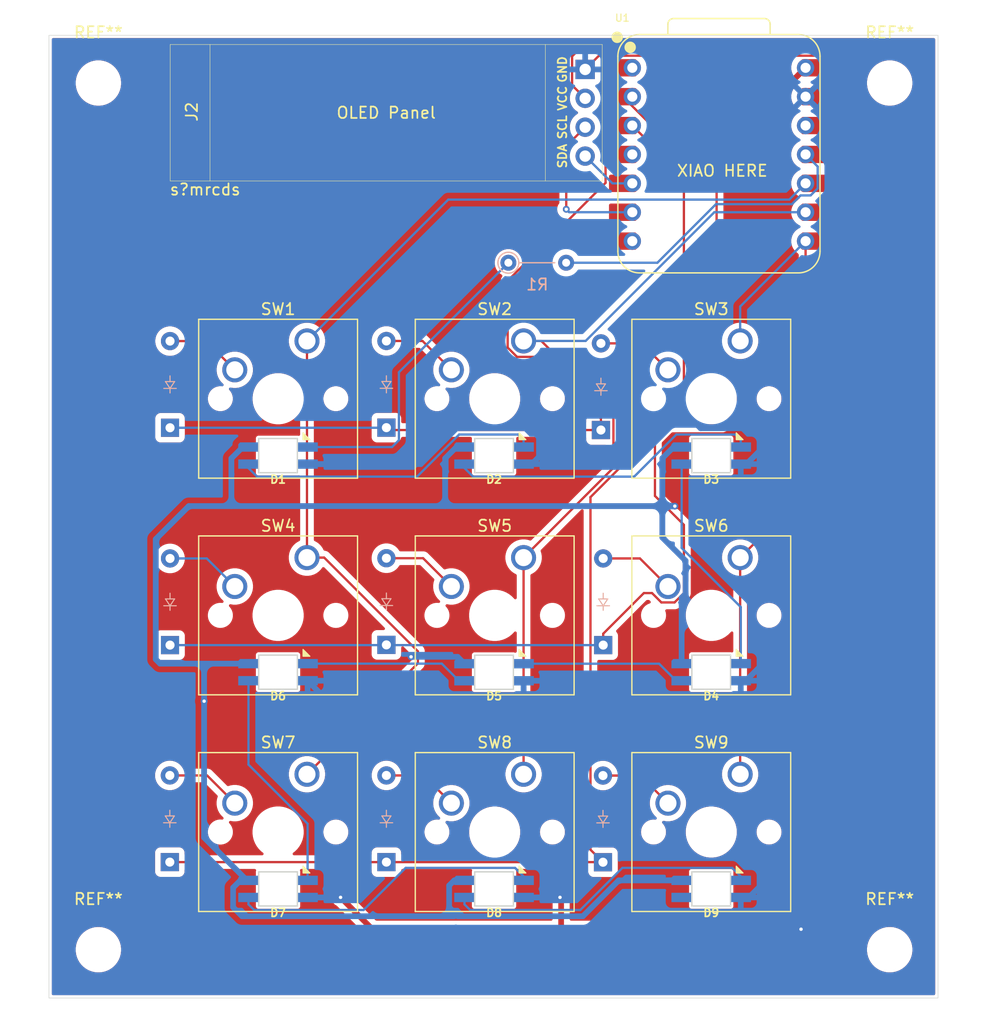
<source format=kicad_pcb>
(kicad_pcb (version 20241229) (generator "pcbnew") (generator_version "9.0")
  (layers (0 "F.Cu" signal) (2 "B.Cu" signal) (13 "F.Paste" user) (15 "B.Paste" user) (5 "F.SilkS" user "F.Silkscreen") (7 "B.SilkS" user "B.Silkscreen") (1 "F.Mask" user) (3 "B.Mask" user) (25 "Edge.Cuts" user))
  (net 0 "")
  (net 1 "+5V")
  (net 2 "Net-(D1-DIN)")
  (net 3 "GND")
  (net 6 "Net-(D1-DOUT)")
  (net 7 "row 0")
  (net 8 "Net-(D10-A)")
  (net 9 "Net-(D11-A)")
  (net 10 "Net-(D12-A)")
  (net 11 "Net-(D13-A)")
  (net 12 "row 1")
  (net 13 "Net-(D14-A)")
  (net 14 "Net-(D15-A)")
  (net 15 "Net-(D16-A)")
  (net 16 "row 2")
  (net 17 "Net-(D17-A)")
  (net 18 "Net-(D18-A)")
  (net 19 "Net-(J2-Pin_2)")
  (net 20 "RGB")
  (net 21 "col 0")
  (net 22 "col 1")
  (net 23 "col 2")
  (net 26 "SDA")
  (net 27 "SCL")
  (net 29 "Net-(D2-DOUT)")
  (net 30 "Net-(D3-DOUT)")
  (net 31 "Net-(D4-DOUT)")
  (net 32 "Net-(D5-DOUT)")
  (net 33 "Net-(D6-DOUT)")
  (net 34 "Net-(D7-DOUT)")
  (net 35 "Net-(D8-DOUT)")
  (footprint "OLED:SSD1306-0.91-OLED-4pin-128x32" (layer "F.Cu") (at 40.515 37.915)
    (property "Reference" "J2" (at 1.9 5.91 90) (layer "F.SilkS"))
    (property "Value" "Conn_01x04_Pin")
    (fp_text user "VCC" (at 34.5 4.73 270) (layer "F.SilkS") (effects (font (size 0.75 0.75))))
    (fp_text user "SDA" (at 34.5 9.81 270) (layer "F.SilkS") (effects (font (size 0.75 0.75))))
    (fp_text user "SCL" (at 34.5 7.27 270) (layer "F.SilkS") (effects (font (size 0.75 0.75))))
    (fp_text user "GND" (at 34.5 2.19 270) (layer "F.SilkS") (effects (font (size 0.75 0.75))))
    (fp_text user "OLED Panel" (at 19 6 0) (layer "F.SilkS"))
    (pad "1" thru_hole rect (at 36.5 2.19) (size 1.7 1.7) (drill 1) (layers "*.Cu" "*.Mask") (net 3 "GND"))
    (pad "2" thru_hole oval (at 36.5 4.73) (size 1.7 1.7) (drill 1) (layers "*.Cu" "*.Mask") (net 19 "Net-(J2-Pin_2)"))
    (pad "3" thru_hole oval (at 36.5 7.27) (size 1.7 1.7) (drill 1) (layers "*.Cu" "*.Mask") (net 27 "SCL"))
    (pad "4" thru_hole oval (at 36.5 9.81) (size 1.7 1.7) (drill 1) (layers "*.Cu" "*.Mask") (net 26 "SDA"))
  )
  (footprint "Button_Switch_Keyboard:SW_Cherry_MX_1.00u_PCB" (layer "F.Cu") (at 71.59625 102.07625)
    (property "Reference" "SW8" (at -2.54 -2.794 0) (layer "F.SilkS"))
    (property "Value" "SW_Push")
    (pad "" np_thru_hole circle (at -7.62 5.08) (size 1.7 1.7) (drill 1.7) (layers "*.Cu" "*.Mask"))
    (pad "" np_thru_hole circle (at -2.54 5.08) (size 4 4) (drill 4) (layers "*.Cu" "*.Mask"))
    (pad "" np_thru_hole circle (at 2.54 5.08) (size 1.7 1.7) (drill 1.7) (layers "*.Cu" "*.Mask"))
    (pad "1" thru_hole circle (at 0 0) (size 2.2 2.2) (drill 1.5) (layers "*.Cu" "*.Mask") (net 22 "col 1"))
    (pad "2" thru_hole circle (at -6.35 2.54) (size 2.2 2.2) (drill 1.5) (layers "*.Cu" "*.Mask") (net 17 "Net-(D17-A)"))
  )
  (footprint "MountingHole:MountingHole_3.5mm" (layer "F.Cu") (at 103.8 117.5)
    (property "Reference" "REF**" (at 0 -4.45 0) (layer "F.SilkS"))
    (property "Value" "MountingHole_3.5mm")
    (pad "" np_thru_hole circle (at 0 0) (size 3.5 3.5) (drill 3.5) (layers "*.Cu" "*.Mask"))
  )
  (footprint "Button_Switch_Keyboard:SW_Cherry_MX_1.00u_PCB" (layer "F.Cu") (at 71.59625 63.97625)
    (property "Reference" "SW2" (at -2.54 -2.794 0) (layer "F.SilkS"))
    (property "Value" "SW_Push")
    (pad "" np_thru_hole circle (at -7.62 5.08) (size 1.7 1.7) (drill 1.7) (layers "*.Cu" "*.Mask"))
    (pad "" np_thru_hole circle (at -2.54 5.08) (size 4 4) (drill 4) (layers "*.Cu" "*.Mask"))
    (pad "" np_thru_hole circle (at 2.54 5.08) (size 1.7 1.7) (drill 1.7) (layers "*.Cu" "*.Mask"))
    (pad "1" thru_hole circle (at 0 0) (size 2.2 2.2) (drill 1.5) (layers "*.Cu" "*.Mask") (net 22 "col 1"))
    (pad "2" thru_hole circle (at -6.35 2.54) (size 2.2 2.2) (drill 1.5) (layers "*.Cu" "*.Mask") (net 9 "Net-(D11-A)"))
  )
  (footprint "MX:yta-SK6812MINI-E" (layer "F.Cu") (at 50 112.15625)
    (property "Reference" "D7" (at 0 2.1 0) (layer "F.SilkS") (effects (font (size 0.7 0.7))))
    (property "Value" "SK6812MINI" (hide yes))
    (fp_line (start -1.7 -1.5) (end 1.7 -1.5) (stroke (width 0.12)) (layer "Edge.Cuts"))
    (fp_line (start -1.7 1.5) (end -1.7 -1.5) (stroke (width 0.12)) (layer "Edge.Cuts"))
    (fp_line (start 1.7 -1.5) (end 1.7 1.5) (stroke (width 0.12)) (layer "Edge.Cuts"))
    (fp_line (start 1.7 1.5) (end -1.7 1.5) (stroke (width 0.12)) (layer "Edge.Cuts"))
    (pad "1" smd roundrect (at -2.6 -0.75) (size 1.8 0.82) (layers "B.Cu" "B.Mask" "B.Paste") (roundrect_rratio 0) (chamfer_ratio 0.2) (chamfer top_left) (net 1 "+5V"))
    (pad "2" smd rect (at -2.6 0.75) (size 1.8 0.82) (layers "B.Cu" "B.Mask" "B.Paste") (net 34 "Net-(D7-DOUT)"))
    (pad "3" smd rect (at 2.6 0.75) (size 1.8 0.82) (layers "B.Cu" "B.Mask" "B.Paste") (net 3 "GND"))
    (pad "4" smd rect (at 2.6 -0.75) (size 1.8 0.82) (layers "B.Cu" "B.Mask" "B.Paste") (net 33 "Net-(D6-DOUT)"))
  )
  (footprint "Button_Switch_Keyboard:SW_Cherry_MX_1.00u_PCB" (layer "F.Cu") (at 52.54625 102.07625)
    (property "Reference" "SW7" (at -2.54 -2.794 0) (layer "F.SilkS"))
    (property "Value" "SW_Push")
    (pad "" np_thru_hole circle (at -7.62 5.08) (size 1.7 1.7) (drill 1.7) (layers "*.Cu" "*.Mask"))
    (pad "" np_thru_hole circle (at -2.54 5.08) (size 4 4) (drill 4) (layers "*.Cu" "*.Mask"))
    (pad "" np_thru_hole circle (at 2.54 5.08) (size 1.7 1.7) (drill 1.7) (layers "*.Cu" "*.Mask"))
    (pad "1" thru_hole circle (at 0 0) (size 2.2 2.2) (drill 1.5) (layers "*.Cu" "*.Mask") (net 21 "col 0"))
    (pad "2" thru_hole circle (at -6.35 2.54) (size 2.2 2.2) (drill 1.5) (layers "*.Cu" "*.Mask") (net 15 "Net-(D16-A)"))
  )
  (footprint "MX:yta-SK6812MINI-E" (layer "F.Cu") (at 50 93.1)
    (property "Reference" "D6" (at 0 2.1 0) (layer "F.SilkS") (effects (font (size 0.7 0.7))))
    (property "Value" "SK6812MINI" (hide yes))
    (fp_line (start -1.7 -1.5) (end 1.7 -1.5) (stroke (width 0.12)) (layer "Edge.Cuts"))
    (fp_line (start -1.7 1.5) (end -1.7 -1.5) (stroke (width 0.12)) (layer "Edge.Cuts"))
    (fp_line (start 1.7 -1.5) (end 1.7 1.5) (stroke (width 0.12)) (layer "Edge.Cuts"))
    (fp_line (start 1.7 1.5) (end -1.7 1.5) (stroke (width 0.12)) (layer "Edge.Cuts"))
    (pad "1" smd roundrect (at -2.6 -0.75) (size 1.8 0.82) (layers "B.Cu" "B.Mask" "B.Paste") (roundrect_rratio 0) (chamfer_ratio 0.2) (chamfer top_left) (net 1 "+5V"))
    (pad "2" smd rect (at -2.6 0.75) (size 1.8 0.82) (layers "B.Cu" "B.Mask" "B.Paste") (net 33 "Net-(D6-DOUT)"))
    (pad "3" smd rect (at 2.6 0.75) (size 1.8 0.82) (layers "B.Cu" "B.Mask" "B.Paste") (net 3 "GND"))
    (pad "4" smd rect (at 2.6 -0.75) (size 1.8 0.82) (layers "B.Cu" "B.Mask" "B.Paste") (net 32 "Net-(D5-DOUT)"))
  )
  (footprint "MX:yta-SK6812MINI-E" (layer "F.Cu") (at 69 74.05625)
    (property "Reference" "D2" (at 0 2.1 0) (layer "F.SilkS") (effects (font (size 0.7 0.7))))
    (property "Value" "SK6812MINI" (hide yes))
    (fp_line (start -1.7 -1.5) (end 1.7 -1.5) (stroke (width 0.12)) (layer "Edge.Cuts"))
    (fp_line (start -1.7 1.5) (end -1.7 -1.5) (stroke (width 0.12)) (layer "Edge.Cuts"))
    (fp_line (start 1.7 -1.5) (end 1.7 1.5) (stroke (width 0.12)) (layer "Edge.Cuts"))
    (fp_line (start 1.7 1.5) (end -1.7 1.5) (stroke (width 0.12)) (layer "Edge.Cuts"))
    (pad "1" smd roundrect (at -2.6 -0.75) (size 1.8 0.82) (layers "B.Cu" "B.Mask" "B.Paste") (roundrect_rratio 0) (chamfer_ratio 0.2) (chamfer top_left) (net 1 "+5V"))
    (pad "2" smd rect (at -2.6 0.75) (size 1.8 0.82) (layers "B.Cu" "B.Mask" "B.Paste") (net 29 "Net-(D2-DOUT)"))
    (pad "3" smd rect (at 2.6 0.75) (size 1.8 0.82) (layers "B.Cu" "B.Mask" "B.Paste") (net 3 "GND"))
    (pad "4" smd rect (at 2.6 -0.75) (size 1.8 0.82) (layers "B.Cu" "B.Mask" "B.Paste") (net 6 "Net-(D1-DOUT)"))
  )
  (footprint "Button_Switch_Keyboard:SW_Cherry_MX_1.00u_PCB" (layer "F.Cu") (at 71.59625 83.02625)
    (property "Reference" "SW5" (at -2.54 -2.794 0) (layer "F.SilkS"))
    (property "Value" "SW_Push")
    (pad "" np_thru_hole circle (at -7.62 5.08) (size 1.7 1.7) (drill 1.7) (layers "*.Cu" "*.Mask"))
    (pad "" np_thru_hole circle (at -2.54 5.08) (size 4 4) (drill 4) (layers "*.Cu" "*.Mask"))
    (pad "" np_thru_hole circle (at 2.54 5.08) (size 1.7 1.7) (drill 1.7) (layers "*.Cu" "*.Mask"))
    (pad "1" thru_hole circle (at 0 0) (size 2.2 2.2) (drill 1.5) (layers "*.Cu" "*.Mask") (net 22 "col 1"))
    (pad "2" thru_hole circle (at -6.35 2.54) (size 2.2 2.2) (drill 1.5) (layers "*.Cu" "*.Mask") (net 13 "Net-(D14-A)"))
  )
  (footprint "MX:yta-SK6812MINI-E" (layer "F.Cu") (at 69 112.15625)
    (property "Reference" "D8" (at 0 2.1 0) (layer "F.SilkS") (effects (font (size 0.7 0.7))))
    (property "Value" "SK6812MINI" (hide yes))
    (fp_line (start -1.7 -1.5) (end 1.7 -1.5) (stroke (width 0.12)) (layer "Edge.Cuts"))
    (fp_line (start -1.7 1.5) (end -1.7 -1.5) (stroke (width 0.12)) (layer "Edge.Cuts"))
    (fp_line (start 1.7 -1.5) (end 1.7 1.5) (stroke (width 0.12)) (layer "Edge.Cuts"))
    (fp_line (start 1.7 1.5) (end -1.7 1.5) (stroke (width 0.12)) (layer "Edge.Cuts"))
    (pad "1" smd roundrect (at -2.6 -0.75) (size 1.8 0.82) (layers "B.Cu" "B.Mask" "B.Paste") (roundrect_rratio 0) (chamfer_ratio 0.2) (chamfer top_left) (net 1 "+5V"))
    (pad "2" smd rect (at -2.6 0.75) (size 1.8 0.82) (layers "B.Cu" "B.Mask" "B.Paste") (net 35 "Net-(D8-DOUT)"))
    (pad "3" smd rect (at 2.6 0.75) (size 1.8 0.82) (layers "B.Cu" "B.Mask" "B.Paste") (net 3 "GND"))
    (pad "4" smd rect (at 2.6 -0.75) (size 1.8 0.82) (layers "B.Cu" "B.Mask" "B.Paste") (net 34 "Net-(D7-DOUT)"))
  )
  (footprint "MX:yta-SK6812MINI-E" (layer "F.Cu") (at 50 74.05625)
    (property "Reference" "D1" (at 0 2.1 0) (layer "F.SilkS") (effects (font (size 0.7 0.7))))
    (property "Value" "SK6812MINI" (hide yes))
    (fp_line (start -1.7 -1.5) (end 1.7 -1.5) (stroke (width 0.12)) (layer "Edge.Cuts"))
    (fp_line (start -1.7 1.5) (end -1.7 -1.5) (stroke (width 0.12)) (layer "Edge.Cuts"))
    (fp_line (start 1.7 -1.5) (end 1.7 1.5) (stroke (width 0.12)) (layer "Edge.Cuts"))
    (fp_line (start 1.7 1.5) (end -1.7 1.5) (stroke (width 0.12)) (layer "Edge.Cuts"))
    (pad "1" smd roundrect (at -2.6 -0.75) (size 1.8 0.82) (layers "B.Cu" "B.Mask" "B.Paste") (roundrect_rratio 0) (chamfer_ratio 0.2) (chamfer top_left) (net 1 "+5V"))
    (pad "2" smd rect (at -2.6 0.75) (size 1.8 0.82) (layers "B.Cu" "B.Mask" "B.Paste") (net 6 "Net-(D1-DOUT)"))
    (pad "3" smd rect (at 2.6 0.75) (size 1.8 0.82) (layers "B.Cu" "B.Mask" "B.Paste") (net 3 "GND"))
    (pad "4" smd rect (at 2.6 -0.75) (size 1.8 0.82) (layers "B.Cu" "B.Mask" "B.Paste") (net 2 "Net-(D1-DIN)"))
  )
  (footprint "Button_Switch_Keyboard:SW_Cherry_MX_1.00u_PCB" (layer "F.Cu") (at 90.64625 83.02625)
    (property "Reference" "SW6" (at -2.54 -2.794 0) (layer "F.SilkS"))
    (property "Value" "SW_Push")
    (pad "" np_thru_hole circle (at -7.62 5.08) (size 1.7 1.7) (drill 1.7) (layers "*.Cu" "*.Mask"))
    (pad "" np_thru_hole circle (at -2.54 5.08) (size 4 4) (drill 4) (layers "*.Cu" "*.Mask"))
    (pad "" np_thru_hole circle (at 2.54 5.08) (size 1.7 1.7) (drill 1.7) (layers "*.Cu" "*.Mask"))
    (pad "1" thru_hole circle (at 0 0) (size 2.2 2.2) (drill 1.5) (layers "*.Cu" "*.Mask") (net 23 "col 2"))
    (pad "2" thru_hole circle (at -6.35 2.54) (size 2.2 2.2) (drill 1.5) (layers "*.Cu" "*.Mask") (net 14 "Net-(D15-A)"))
  )
  (footprint "Button_Switch_Keyboard:SW_Cherry_MX_1.00u_PCB" (layer "F.Cu") (at 52.54625 83.02625)
    (property "Reference" "SW4" (at -2.54 -2.794 0) (layer "F.SilkS"))
    (property "Value" "SW_Push")
    (pad "" np_thru_hole circle (at -7.62 5.08) (size 1.7 1.7) (drill 1.7) (layers "*.Cu" "*.Mask"))
    (pad "" np_thru_hole circle (at -2.54 5.08) (size 4 4) (drill 4) (layers "*.Cu" "*.Mask"))
    (pad "" np_thru_hole circle (at 2.54 5.08) (size 1.7 1.7) (drill 1.7) (layers "*.Cu" "*.Mask"))
    (pad "1" thru_hole circle (at 0 0) (size 2.2 2.2) (drill 1.5) (layers "*.Cu" "*.Mask") (net 21 "col 0"))
    (pad "2" thru_hole circle (at -6.35 2.54) (size 2.2 2.2) (drill 1.5) (layers "*.Cu" "*.Mask") (net 11 "Net-(D13-A)"))
  )
  (footprint "MountingHole:MountingHole_3.5mm" (layer "F.Cu") (at 103.8 41.3)
    (property "Reference" "REF**" (at 0 -4.45 0) (layer "F.SilkS"))
    (property "Value" "MountingHole_3.5mm")
    (pad "" np_thru_hole circle (at 0 0) (size 3.5 3.5) (drill 3.5) (layers "*.Cu" "*.Mask"))
  )
  (footprint "MountingHole:MountingHole_3.5mm" (layer "F.Cu") (at 34.2 41.3)
    (property "Reference" "REF**" (at 0 -4.45 0) (layer "F.SilkS"))
    (property "Value" "MountingHole_3.5mm")
    (pad "" np_thru_hole circle (at 0 0) (size 3.5 3.5) (drill 3.5) (layers "*.Cu" "*.Mask"))
  )
  (footprint "MX:yta-SK6812MINI-E" (layer "F.Cu") (at 88.1 74.05625)
    (property "Reference" "D3" (at 0 2.1 0) (layer "F.SilkS") (effects (font (size 0.7 0.7))))
    (property "Value" "SK6812MINI" (hide yes))
    (fp_line (start -1.7 -1.5) (end 1.7 -1.5) (stroke (width 0.12)) (layer "Edge.Cuts"))
    (fp_line (start -1.7 1.5) (end -1.7 -1.5) (stroke (width 0.12)) (layer "Edge.Cuts"))
    (fp_line (start 1.7 -1.5) (end 1.7 1.5) (stroke (width 0.12)) (layer "Edge.Cuts"))
    (fp_line (start 1.7 1.5) (end -1.7 1.5) (stroke (width 0.12)) (layer "Edge.Cuts"))
    (pad "1" smd roundrect (at -2.6 -0.75) (size 1.8 0.82) (layers "B.Cu" "B.Mask" "B.Paste") (roundrect_rratio 0) (chamfer_ratio 0.2) (chamfer top_left) (net 1 "+5V"))
    (pad "2" smd rect (at -2.6 0.75) (size 1.8 0.82) (layers "B.Cu" "B.Mask" "B.Paste") (net 30 "Net-(D3-DOUT)"))
    (pad "3" smd rect (at 2.6 0.75) (size 1.8 0.82) (layers "B.Cu" "B.Mask" "B.Paste") (net 3 "GND"))
    (pad "4" smd rect (at 2.6 -0.75) (size 1.8 0.82) (layers "B.Cu" "B.Mask" "B.Paste") (net 29 "Net-(D2-DOUT)"))
  )
  (footprint "MX:yta-SK6812MINI-E" (layer "F.Cu") (at 88.1 93.1)
    (property "Reference" "D4" (at 0 2.1 0) (layer "F.SilkS") (effects (font (size 0.7 0.7))))
    (property "Value" "SK6812MINI" (hide yes))
    (fp_line (start -1.7 -1.5) (end 1.7 -1.5) (stroke (width 0.12)) (layer "Edge.Cuts"))
    (fp_line (start -1.7 1.5) (end -1.7 -1.5) (stroke (width 0.12)) (layer "Edge.Cuts"))
    (fp_line (start 1.7 -1.5) (end 1.7 1.5) (stroke (width 0.12)) (layer "Edge.Cuts"))
    (fp_line (start 1.7 1.5) (end -1.7 1.5) (stroke (width 0.12)) (layer "Edge.Cuts"))
    (pad "1" smd roundrect (at -2.6 -0.75) (size 1.8 0.82) (layers "B.Cu" "B.Mask" "B.Paste") (roundrect_rratio 0) (chamfer_ratio 0.2) (chamfer top_left) (net 1 "+5V"))
    (pad "2" smd rect (at -2.6 0.75) (size 1.8 0.82) (layers "B.Cu" "B.Mask" "B.Paste") (net 31 "Net-(D4-DOUT)"))
    (pad "3" smd rect (at 2.6 0.75) (size 1.8 0.82) (layers "B.Cu" "B.Mask" "B.Paste") (net 3 "GND"))
    (pad "4" smd rect (at 2.6 -0.75) (size 1.8 0.82) (layers "B.Cu" "B.Mask" "B.Paste") (net 30 "Net-(D3-DOUT)"))
  )
  (footprint "MountingHole:MountingHole_3.5mm" (layer "F.Cu") (at 34.2 117.5)
    (property "Reference" "REF**" (at 0 -4.45 0) (layer "F.SilkS"))
    (property "Value" "MountingHole_3.5mm")
    (pad "" np_thru_hole circle (at 0 0) (size 3.5 3.5) (drill 3.5) (layers "*.Cu" "*.Mask"))
  )
  (footprint "Button_Switch_Keyboard:SW_Cherry_MX_1.00u_PCB" (layer "F.Cu") (at 90.64625 63.97625)
    (property "Reference" "SW3" (at -2.54 -2.794 0) (layer "F.SilkS"))
    (property "Value" "SW_Push")
    (pad "" np_thru_hole circle (at -7.62 5.08) (size 1.7 1.7) (drill 1.7) (layers "*.Cu" "*.Mask"))
    (pad "" np_thru_hole circle (at -2.54 5.08) (size 4 4) (drill 4) (layers "*.Cu" "*.Mask"))
    (pad "" np_thru_hole circle (at 2.54 5.08) (size 1.7 1.7) (drill 1.7) (layers "*.Cu" "*.Mask"))
    (pad "1" thru_hole circle (at 0 0) (size 2.2 2.2) (drill 1.5) (layers "*.Cu" "*.Mask") (net 23 "col 2"))
    (pad "2" thru_hole circle (at -6.35 2.54) (size 2.2 2.2) (drill 1.5) (layers "*.Cu" "*.Mask") (net 10 "Net-(D12-A)"))
  )
  (footprint "MX:yta-SK6812MINI-E" (layer "F.Cu") (at 69 93.10625)
    (property "Reference" "D5" (at 0 2.1 0) (layer "F.SilkS") (effects (font (size 0.7 0.7))))
    (property "Value" "SK6812MINI" (hide yes))
    (fp_line (start -1.7 -1.5) (end 1.7 -1.5) (stroke (width 0.12)) (layer "Edge.Cuts"))
    (fp_line (start -1.7 1.5) (end -1.7 -1.5) (stroke (width 0.12)) (layer "Edge.Cuts"))
    (fp_line (start 1.7 -1.5) (end 1.7 1.5) (stroke (width 0.12)) (layer "Edge.Cuts"))
    (fp_line (start 1.7 1.5) (end -1.7 1.5) (stroke (width 0.12)) (layer "Edge.Cuts"))
    (pad "1" smd roundrect (at -2.6 -0.75) (size 1.8 0.82) (layers "B.Cu" "B.Mask" "B.Paste") (roundrect_rratio 0) (chamfer_ratio 0.2) (chamfer top_left) (net 1 "+5V"))
    (pad "2" smd rect (at -2.6 0.75) (size 1.8 0.82) (layers "B.Cu" "B.Mask" "B.Paste") (net 32 "Net-(D5-DOUT)"))
    (pad "3" smd rect (at 2.6 0.75) (size 1.8 0.82) (layers "B.Cu" "B.Mask" "B.Paste") (net 3 "GND"))
    (pad "4" smd rect (at 2.6 -0.75) (size 1.8 0.82) (layers "B.Cu" "B.Mask" "B.Paste") (net 31 "Net-(D4-DOUT)"))
  )
  (footprint "Button_Switch_Keyboard:SW_Cherry_MX_1.00u_PCB" (layer "F.Cu") (at 52.54625 63.97625)
    (property "Reference" "SW1" (at -2.54 -2.794 0) (layer "F.SilkS"))
    (property "Value" "SW_Push")
    (pad "" np_thru_hole circle (at -7.62 5.08) (size 1.7 1.7) (drill 1.7) (layers "*.Cu" "*.Mask"))
    (pad "" np_thru_hole circle (at -2.54 5.08) (size 4 4) (drill 4) (layers "*.Cu" "*.Mask"))
    (pad "" np_thru_hole circle (at 2.54 5.08) (size 1.7 1.7) (drill 1.7) (layers "*.Cu" "*.Mask"))
    (pad "1" thru_hole circle (at 0 0) (size 2.2 2.2) (drill 1.5) (layers "*.Cu" "*.Mask") (net 21 "col 0"))
    (pad "2" thru_hole circle (at -6.35 2.54) (size 2.2 2.2) (drill 1.5) (layers "*.Cu" "*.Mask") (net 8 "Net-(D10-A)"))
  )
  (footprint "MX:yta-SK6812MINI-E" (layer "F.Cu") (at 88.1 112.15625)
    (property "Reference" "D9" (at 0 2.1 0) (layer "F.SilkS") (effects (font (size 0.7 0.7))))
    (property "Value" "SK6812MINI" (hide yes))
    (fp_line (start -1.7 -1.5) (end 1.7 -1.5) (stroke (width 0.12)) (layer "Edge.Cuts"))
    (fp_line (start -1.7 1.5) (end -1.7 -1.5) (stroke (width 0.12)) (layer "Edge.Cuts"))
    (fp_line (start 1.7 -1.5) (end 1.7 1.5) (stroke (width 0.12)) (layer "Edge.Cuts"))
    (fp_line (start 1.7 1.5) (end -1.7 1.5) (stroke (width 0.12)) (layer "Edge.Cuts"))
    (pad "1" smd roundrect (at -2.6 -0.75) (size 1.8 0.82) (layers "B.Cu" "B.Mask" "B.Paste") (roundrect_rratio 0) (chamfer_ratio 0.2) (chamfer top_left) (net 1 "+5V"))
    (pad "2" smd rect (at -2.6 0.75) (size 1.8 0.82) (layers "B.Cu" "B.Mask" "B.Paste"))
    (pad "3" smd rect (at 2.6 0.75) (size 1.8 0.82) (layers "B.Cu" "B.Mask" "B.Paste") (net 3 "GND"))
    (pad "4" smd rect (at 2.6 -0.75) (size 1.8 0.82) (layers "B.Cu" "B.Mask" "B.Paste") (net 35 "Net-(D8-DOUT)"))
  )
  (footprint "Button_Switch_Keyboard:SW_Cherry_MX_1.00u_PCB" (layer "F.Cu") (at 90.64625 102.07625)
    (property "Reference" "SW9" (at -2.54 -2.794 0) (layer "F.SilkS"))
    (property "Value" "SW_Push")
    (pad "" np_thru_hole circle (at -7.62 5.08) (size 1.7 1.7) (drill 1.7) (layers "*.Cu" "*.Mask"))
    (pad "" np_thru_hole circle (at -2.54 5.08) (size 4 4) (drill 4) (layers "*.Cu" "*.Mask"))
    (pad "" np_thru_hole circle (at 2.54 5.08) (size 1.7 1.7) (drill 1.7) (layers "*.Cu" "*.Mask"))
    (pad "1" thru_hole circle (at 0 0) (size 2.2 2.2) (drill 1.5) (layers "*.Cu" "*.Mask") (net 23 "col 2"))
    (pad "2" thru_hole circle (at -6.35 2.54) (size 2.2 2.2) (drill 1.5) (layers "*.Cu" "*.Mask") (net 18 "Net-(D18-A)"))
  )
  (footprint "OPL:XIAO-RP2040-DIP" (layer "F.Cu") (at 88.78 47.58)
    (property "Reference" "U1" (at -8.5 -12 0) (layer "F.SilkS") (effects (font (size 0.635 0.635) (thickness 0.1016))))
    (property "Value" "XIAO-RP2040-DIP")
    (pad "1" smd roundrect (at -8.455 -7.62 180) (size 2.432 1.524) (layers "F.Cu" "F.Mask") (roundrect_rratio 0.1) (net 7 "row 0"))
    (pad "1" thru_hole circle (at -7.62 -7.62 180) (size 1.524 1.524) (drill 0.889) (layers "*.Cu" "*.Mask") (net 7 "row 0"))
    (pad "2" smd roundrect (at -8.455 -5.08 180) (size 2.432 1.524) (layers "F.Cu" "F.Mask") (roundrect_rratio 0.1) (net 12 "row 1"))
    (pad "2" thru_hole circle (at -7.62 -5.08 180) (size 1.524 1.524) (drill 0.889) (layers "*.Cu" "*.Mask") (net 12 "row 1"))
    (pad "3" smd roundrect (at -8.455 -2.54 180) (size 2.432 1.524) (layers "F.Cu" "F.Mask") (roundrect_rratio 0.1) (net 16 "row 2"))
    (pad "3" thru_hole circle (at -7.62 -2.54 180) (size 1.524 1.524) (drill 0.889) (layers "*.Cu" "*.Mask") (net 16 "row 2"))
    (pad "4" smd roundrect (at -8.455 0 180) (size 2.432 1.524) (layers "F.Cu" "F.Mask") (roundrect_rratio 0.1))
    (pad "4" thru_hole circle (at -7.62 0 180) (size 1.524 1.524) (drill 0.889) (layers "*.Cu" "*.Mask"))
    (pad "5" smd roundrect (at -8.455 2.54 180) (size 2.432 1.524) (layers "F.Cu" "F.Mask") (roundrect_rratio 0.1) (net 26 "SDA"))
    (pad "5" thru_hole circle (at -7.62 2.54 180) (size 1.524 1.524) (drill 0.889) (layers "*.Cu" "*.Mask") (net 26 "SDA"))
    (pad "6" smd roundrect (at -8.455 5.08 180) (size 2.432 1.524) (layers "F.Cu" "F.Mask") (roundrect_rratio 0.1) (net 27 "SCL"))
    (pad "6" thru_hole circle (at -7.62 5.08 180) (size 1.524 1.524) (drill 0.889) (layers "*.Cu" "*.Mask") (net 27 "SCL"))
    (pad "7" smd roundrect (at -8.455 7.62 180) (size 2.432 1.524) (layers "F.Cu" "F.Mask") (roundrect_rratio 0.1))
    (pad "7" thru_hole circle (at -7.62 7.62 180) (size 1.524 1.524) (drill 0.889) (layers "*.Cu" "*.Mask"))
    (pad "8" thru_hole circle (at 7.62 7.62) (size 1.524 1.524) (drill 0.889) (layers "*.Cu" "*.Mask") (net 23 "col 2"))
    (pad "8" smd roundrect (at 8.455 7.62) (size 2.432 1.524) (layers "F.Cu" "F.Mask") (roundrect_rratio 0.1) (net 23 "col 2"))
    (pad "9" thru_hole circle (at 7.62 5.08) (size 1.524 1.524) (drill 0.889) (layers "*.Cu" "*.Mask") (net 22 "col 1"))
    (pad "9" smd roundrect (at 8.455 5.08) (size 2.432 1.524) (layers "F.Cu" "F.Mask") (roundrect_rratio 0.1) (net 22 "col 1"))
    (pad "10" thru_hole circle (at 7.62 2.54) (size 1.524 1.524) (drill 0.889) (layers "*.Cu" "*.Mask") (net 21 "col 0"))
    (pad "10" smd roundrect (at 8.455 2.54) (size 2.432 1.524) (layers "F.Cu" "F.Mask") (roundrect_rratio 0.1) (net 21 "col 0"))
    (pad "11" thru_hole circle (at 7.62 0) (size 1.524 1.524) (drill 0.889) (layers "*.Cu" "*.Mask") (net 20 "RGB"))
    (pad "11" smd roundrect (at 8.455 0) (size 2.432 1.524) (layers "F.Cu" "F.Mask") (roundrect_rratio 0.1) (net 20 "RGB"))
    (pad "12" thru_hole circle (at 7.62 -2.54) (size 1.524 1.524) (drill 0.889) (layers "*.Cu" "*.Mask") (net 19 "Net-(J2-Pin_2)"))
    (pad "12" smd roundrect (at 8.455 -2.54) (size 2.432 1.524) (layers "F.Cu" "F.Mask") (roundrect_rratio 0.1) (net 19 "Net-(J2-Pin_2)"))
    (pad "13" thru_hole circle (at 7.62 -5.08) (size 1.524 1.524) (drill 0.889) (layers "*.Cu" "*.Mask") (net 3 "GND"))
    (pad "13" smd roundrect (at 8.455 -5.08) (size 2.432 1.524) (layers "F.Cu" "F.Mask") (roundrect_rratio 0.1) (net 3 "GND"))
    (pad "14" thru_hole circle (at 7.62 -7.62) (size 1.524 1.524) (drill 0.889) (layers "*.Cu" "*.Mask") (net 1 "+5V"))
    (pad "14" smd roundrect (at 8.455 -7.62) (size 2.432 1.524) (layers "F.Cu" "F.Mask") (roundrect_rratio 0.1) (net 1 "+5V"))
  )
  (footprint "MX:Diode_DO-35" (layer "B.Cu") (at 59.53125 90.7 90)
    (property "Reference" "D14" (hide yes))
    (property "Value" "D_Small" (hide yes))
    (pad "1" thru_hole rect (at 0 0 90) (size 1.6 1.6) (drill 0.8) (layers "*.Cu" "*.Mask") (net 12 "row 1"))
    (pad "2" thru_hole oval (at 7.62 0 90) (size 1.6 1.6) (drill 0.8) (layers "*.Cu" "*.Mask") (net 13 "Net-(D14-A)"))
  )
  (footprint "MX:Diode_DO-35" (layer "B.Cu") (at 59.53125 109.8 90)
    (property "Reference" "D17" (hide yes))
    (property "Value" "D_Small" (hide yes))
    (pad "1" thru_hole rect (at 0 0 90) (size 1.6 1.6) (drill 0.8) (layers "*.Cu" "*.Mask") (net 16 "row 2"))
    (pad "2" thru_hole oval (at 7.62 0 90) (size 1.6 1.6) (drill 0.8) (layers "*.Cu" "*.Mask") (net 17 "Net-(D17-A)"))
  )
  (footprint "MX:Diode_DO-35" (layer "B.Cu") (at 40.48125 109.8 90)
    (property "Reference" "D16" (hide yes))
    (property "Value" "D_Small" (hide yes))
    (pad "1" thru_hole rect (at 0 0 90) (size 1.6 1.6) (drill 0.8) (layers "*.Cu" "*.Mask") (net 16 "row 2"))
    (pad "2" thru_hole oval (at 7.62 0 90) (size 1.6 1.6) (drill 0.8) (layers "*.Cu" "*.Mask") (net 15 "Net-(D16-A)"))
  )
  (footprint "MX:Diode_DO-35" (layer "B.Cu") (at 40.5 71.61 90)
    (property "Reference" "D10" (hide yes))
    (property "Value" "D_Small" (hide yes))
    (pad "1" thru_hole rect (at 0 0 90) (size 1.6 1.6) (drill 0.8) (layers "*.Cu" "*.Mask") (net 7 "row 0"))
    (pad "2" thru_hole oval (at 7.62 0 90) (size 1.6 1.6) (drill 0.8) (layers "*.Cu" "*.Mask") (net 8 "Net-(D10-A)"))
  )
  (footprint "MX:Diode_DO-35" (layer "B.Cu") (at 78.6 90.72 90)
    (property "Reference" "D15" (hide yes))
    (property "Value" "D_Small" (hide yes))
    (pad "1" thru_hole rect (at 0 0 90) (size 1.6 1.6) (drill 0.8) (layers "*.Cu" "*.Mask") (net 12 "row 1"))
    (pad "2" thru_hole oval (at 7.62 0 90) (size 1.6 1.6) (drill 0.8) (layers "*.Cu" "*.Mask") (net 14 "Net-(D15-A)"))
  )
  (footprint "MX:Diode_DO-35" (layer "B.Cu") (at 40.5 90.72 90)
    (property "Reference" "D13" (hide yes))
    (property "Value" "D_Small" (hide yes))
    (pad "1" thru_hole rect (at 0 0 90) (size 1.6 1.6) (drill 0.8) (layers "*.Cu" "*.Mask") (net 12 "row 1"))
    (pad "2" thru_hole oval (at 7.62 0 90) (size 1.6 1.6) (drill 0.8) (layers "*.Cu" "*.Mask") (net 11 "Net-(D13-A)"))
  )
  (footprint "MX:Diode_DO-35" (layer "B.Cu") (at 78.58125 109.81 90)
    (property "Reference" "D18" (hide yes))
    (property "Value" "D_Small" (hide yes))
    (pad "1" thru_hole rect (at 0 0 90) (size 1.6 1.6) (drill 0.8) (layers "*.Cu" "*.Mask") (net 16 "row 2"))
    (pad "2" thru_hole oval (at 7.62 0 90) (size 1.6 1.6) (drill 0.8) (layers "*.Cu" "*.Mask") (net 18 "Net-(D18-A)"))
  )
  (footprint "MX:Diode_DO-35" (layer "B.Cu") (at 59.53125 71.6 90)
    (property "Reference" "D11" (hide yes))
    (property "Value" "D_Small" (hide yes))
    (pad "1" thru_hole rect (at 0 0 90) (size 1.6 1.6) (drill 0.8) (layers "*.Cu" "*.Mask") (net 7 "row 0"))
    (pad "2" thru_hole oval (at 7.62 0 90) (size 1.6 1.6) (drill 0.8) (layers "*.Cu" "*.Mask") (net 9 "Net-(D11-A)"))
  )
  (footprint "Resistor_THT:R_Axial_DIN0204_L3.6mm_D1.6mm_P5.08mm_Vertical" (layer "B.Cu") (at 70.26 57.1)
    (property "Reference" "R1" (at 2.54 1.92 0) (layer "B.SilkS") (effects (justify mirror)))
    (property "Value" "100")
    (pad "1" thru_hole circle (at 0 0) (size 1.4 1.4) (drill 0.7) (layers "*.Cu" "*.Mask") (net 2 "Net-(D1-DIN)"))
    (pad "2" thru_hole circle (at 5.08 0) (size 1.4 1.4) (drill 0.7) (layers "*.Cu" "*.Mask") (net 20 "RGB"))
  )
  (footprint "MX:Diode_DO-35" (layer "B.Cu") (at 78.4 71.81 90)
    (property "Reference" "D12" (hide yes))
    (property "Value" "D_Small" (hide yes))
    (pad "1" thru_hole rect (at 0 0 90) (size 1.6 1.6) (drill 0.8) (layers "*.Cu" "*.Mask") (net 7 "row 0"))
    (pad "2" thru_hole oval (at 7.62 0 90) (size 1.6 1.6) (drill 0.8) (layers "*.Cu" "*.Mask") (net 10 "Net-(D12-A)"))
  )
  (gr_rect (start 29.85 37.1) (end 108.05 121.75) (stroke (width 0.05)) (fill no) (layer "Edge.Cuts"))
  (gr_text "s?mrcds" (at 40.4 51.25 0) (layer "F.SilkS") (effects (font (size 1 1)) (justify left bottom)))
  (gr_text "XIAO HERE" (at 85 49.6 0) (layer "F.SilkS") (effects (font (size 1 1)) (justify left bottom)))
  (segment (start 94.53725 75.624825) (end 91.662075 78.5) (width 0.5) (layer "F.Cu") (net 1))
  (segment (start 91.662075 78.5) (end 84.9 78.5) (width 0.5) (layer "F.Cu") (net 1))
  (segment (start 94.53725 41.82275) (end 94.53725 75.624825) (width 0.5) (layer "F.Cu") (net 1))
  (segment (start 57.8 95.65) (end 43.5 95.65) (width 0.5) (layer "F.Cu") (net 1))
  (segment (start 96.4 39.96) (end 94.53725 41.82275) (width 0.5) (layer "F.Cu") (net 1))
  (segment (start 61.7 91.75) (end 57.8 95.65) (width 0.5) (layer "F.Cu") (net 1))
  (via (at 43.5 95.65) (size 0.6) (drill 0.3) (layers "F.Cu" "B.Cu") (net 1))
  (via (at 61.7 91.75) (size 0.6) (drill 0.3) (layers "F.Cu" "B.Cu") (net 1))
  (via (at 84.9 78.5) (size 0.6) (drill 0.3) (layers "F.Cu" "B.Cu") (net 1))
  (segment (start 84.788 73.30625) (end 83.8 74.29425) (width 0.5) (layer "B.Cu") (net 1))
  (segment (start 83.8 81.254416) (end 83.8 78.5) (width 0.5) (layer "B.Cu") (net 1))
  (segment (start 79.966232 111.40625) (end 76.814232 114.55825) (width 0.5) (layer "B.Cu") (net 1))
  (segment (start 46.89375 73.30625) (end 45.9 74.3) (width 0.5) (layer "B.Cu") (net 1))
  (segment (start 39.628 92.35) (end 43.5 92.35) (width 0.5) (layer "B.Cu") (net 1))
  (segment (start 65.44175 114.55825) (end 65.640875 114.359125) (width 0.5) (layer "B.Cu") (net 1))
  (segment (start 65.5 111.40625) (end 66.4 111.40625) (width 0.5) (layer "B.Cu") (net 1))
  (segment (start 64.7 78.5) (end 45.9 78.5) (width 0.5) (layer "B.Cu") (net 1))
  (segment (start 85.5 111.40625) (end 79.966232 111.40625) (width 0.5) (layer "B.Cu") (net 1))
  (segment (start 76.814232 114.55825) (end 65.84 114.55825) (width 0.5) (layer "B.Cu") (net 1))
  (segment (start 39.249 81.401) (end 39.249 91.971) (width 0.5) (layer "B.Cu") (net 1))
  (segment (start 45.9 74.3) (end 45.9 78.5) (width 0.5) (layer "B.Cu") (net 1))
  (segment (start 64.7 74.29425) (end 64.7 78.5) (width 0.5) (layer "B.Cu") (net 1))
  (segment (start 66.4 73.30625) (end 65.688 73.30625) (width 0.5) (layer "B.Cu") (net 1))
  (segment (start 43.5 107.640603) (end 43.5 95.65) (width 0.5) (layer "B.Cu") (net 1))
  (segment (start 45.9 78.5) (end 42.15 78.5) (width 0.5) (layer "B.Cu") (net 1))
  (segment (start 65.79375 91.75) (end 61.7 91.75) (width 0.5) (layer "B.Cu") (net 1))
  (segment (start 85.5 92.35) (end 85.5 86.555946) (width 0.5) (layer "B.Cu") (net 1))
  (segment (start 47.265647 111.40625) (end 43.5 107.640603) (width 0.5) (layer "B.Cu") (net 1))
  (segment (start 65.688 73.30625) (end 64.7 74.29425) (width 0.5) (layer "B.Cu") (net 1))
  (segment (start 43.5 92.35) (end 47.4 92.35) (width 0.5) (layer "B.Cu") (net 1))
  (segment (start 39.249 91.971) (end 39.628 92.35) (width 0.5) (layer "B.Cu") (net 1))
  (segment (start 85.5 73.30625) (end 84.788 73.30625) (width 0.5) (layer "B.Cu") (net 1))
  (segment (start 46.049 113.76725) (end 46.84 114.55825) (width 0.5) (layer "B.Cu") (net 1))
  (segment (start 47.4 73.30625) (end 46.89375 73.30625) (width 0.5) (layer "B.Cu") (net 1))
  (segment (start 84.9 78.5) (end 83.8 78.5) (width 0.5) (layer "B.Cu") (net 1))
  (segment (start 85.84725 83.301666) (end 83.8 81.254416) (width 0.5) (layer "B.Cu") (net 1))
  (segment (start 83.8 78.5) (end 64.7 78.5) (width 0.5) (layer "B.Cu") (net 1))
  (segment (start 46.84 114.55825) (end 65.44175 114.55825) (width 0.5) (layer "B.Cu") (net 1))
  (segment (start 65.049 113.76725) (end 65.049 111.85725) (width 0.5) (layer "B.Cu") (net 1))
  (segment (start 85.84725 86.208696) (end 85.84725 83.301666) (width 0.5) (layer "B.Cu") (net 1))
  (segment (start 65.84 114.55825) (end 65.640875 114.359125) (width 0.5) (layer "B.Cu") (net 1))
  (segment (start 43.5 95.65) (end 43.5 92.35) (width 0.5) (layer "B.Cu") (net 1))
  (segment (start 46.049 112.04525) (end 46.049 113.76725) (width 0.5) (layer "B.Cu") (net 1))
  (segment (start 66.4 92.35625) (end 65.79375 91.75) (width 0.5) (layer "B.Cu") (net 1))
  (segment (start 85.5 86.555946) (end 85.84725 86.208696) (width 0.5) (layer "B.Cu") (net 1))
  (segment (start 47.4 111.40625) (end 46.688 111.40625) (width 0.5) (layer "B.Cu") (net 1))
  (segment (start 65.049 111.85725) (end 65.5 111.40625) (width 0.5) (layer "B.Cu") (net 1))
  (segment (start 47.4 111.40625) (end 47.265647 111.40625) (width 0.5) (layer "B.Cu") (net 1))
  (segment (start 83.8 74.29425) (end 83.8 78.5) (width 0.5) (layer "B.Cu") (net 1))
  (segment (start 46.688 111.40625) (end 46.049 112.04525) (width 0.5) (layer "B.Cu") (net 1))
  (segment (start 42.15 78.5) (end 39.249 81.401) (width 0.5) (layer "B.Cu") (net 1))
  (segment (start 65.640875 114.359125) (end 65.049 113.76725) (width 0.5) (layer "B.Cu") (net 1))
  (segment (start 60.63225 72.701) (end 60.63225 66.72775) (width 0.2) (layer "B.Cu") (net 2))
  (segment (start 60.63225 66.72775) (end 70.26 57.1) (width 0.2) (layer "B.Cu") (net 2))
  (segment (start 60.027 73.30625) (end 60.63225 72.701) (width 0.2) (layer "B.Cu") (net 2))
  (segment (start 52.6 73.30625) (end 60.027 73.30625) (width 0.2) (layer "B.Cu") (net 2))
  (segment (start 97.47763 42.5) (end 96.4 42.5) (width 0.2) (layer "F.Cu") (net 3))
  (segment (start 96 115.7) (end 74.9 115.7) (width 0.5) (layer "F.Cu") (net 3))
  (segment (start 77.015 40.105) (end 78.223 38.897) (width 0.2) (layer "F.Cu") (net 3))
  (segment (start 78.223 38.897) (end 98.490626 38.897) (width 0.2) (layer "F.Cu") (net 3))
  (segment (start 98.752 41.22563) (end 97.47763 42.5) (width 0.2) (layer "F.Cu") (net 3))
  (segment (start 74.9 113) (end 74.9 115.7) (width 0.5) (layer "F.Cu") (net 3))
  (segment (start 55.5 112.9) (end 58.3 115.7) (width 0.5) (layer "F.Cu") (net 3))
  (segment (start 74.8 112.9) (end 74.9 113) (width 0.5) (layer "F.Cu") (net 3))
  (segment (start 58.3 115.7) (end 74.9 115.7) (width 0.5) (layer "F.Cu") (net 3))
  (segment (start 98.490626 38.897) (end 98.752 39.158374) (width 0.2) (layer "F.Cu") (net 3))
  (segment (start 98.752 39.158374) (end 98.752 41.22563) (width 0.2) (layer "F.Cu") (net 3))
  (via (at 55.5 112.9) (size 0.6) (drill 0.3) (layers "F.Cu" "B.Cu") (net 3))
  (via (at 96 115.7) (size 0.6) (drill 0.3) (layers "F.Cu" "B.Cu") (net 3))
  (via (at 74.8 112.9) (size 0.6) (drill 0.3) (layers "F.Cu" "B.Cu") (net 3))
  (segment (start 90.7 74.80625) (end 91.19375 74.80625) (width 0.5) (layer "B.Cu") (net 3))
  (segment (start 99.4 104.91825) (end 99.4 112.3) (width 0.5) (layer "B.Cu") (net 3))
  (segment (start 55.49375 112.90625) (end 55.5 112.9) (width 0.5) (layer "B.Cu") (net 3))
  (segment (start 91.15 93.85) (end 99.4 85.6) (width 0.5) (layer "B.Cu") (net 3))
  (segment (start 99.4 104.91825) (end 99.4 89.1) (width 0.5) (layer "B.Cu") (net 3))
  (segment (start 91.8 96.7) (end 71.6 96.7) (width 0.5) (layer "B.Cu") (net 3))
  (segment (start 99.4 89.1) (end 91.8 96.7) (width 0.5) (layer "B.Cu") (net 3))
  (segment (start 99.4 66.5) (end 99.4 45.5) (width 0.5) (layer "B.Cu") (net 3))
  (segment (start 72.951 74.16725) (end 72.312 74.80625) (width 0.5) (layer "B.Cu") (net 3))
  (segment (start 71.6 112.90625) (end 74.79375 112.90625) (width 0.5) (layer "B.Cu") (net 3))
  (segment (start 91.19375 74.80625) (end 92.9 73.1) (width 0.5) (layer "B.Cu") (net 3))
  (segment (start 73.25525 70.559) (end 86.072052 70.559) (width 0.5) (layer "B.Cu") (net 3))
  (segment (start 92.9 73.1) (end 99.4 66.6) (width 0.5) (layer "B.Cu") (net 3))
  (segment (start 71.6 96.7) (end 71.6 93.85625) (width 0.5) (layer "B.Cu") (net 3))
  (segment (start 65.701088 71.65425) (end 72.16 71.65425) (width 0.5) (layer "B.Cu") (net 3))
  (segment (start 72.16 71.65425) (end 73.25525 70.559) (width 0.5) (layer "B.Cu") (net 3))
  (segment (start 52.6 112.90625) (end 55.49375 112.90625) (width 0.5) (layer "B.Cu") (net 3))
  (segment (start 72.312 74.80625) (end 71.6 74.80625) (width 0.5) (layer "B.Cu") (net 3))
  (segment (start 90.7 112.90625) (end 91.412 112.90625) (width 0.5) (layer "B.Cu") (net 3))
  (segment (start 99.4 69.7) (end 99.4 66.5) (width 0.5) (layer "B.Cu") (net 3))
  (segment (start 55.45 96.7) (end 52.6 93.85) (width 0.5) (layer "B.Cu") (net 3))
  (segment (start 91.45425 71.65425) (end 92.9 73.1) (width 0.5) (layer "B.Cu") (net 3))
  (segment (start 87.167302 71.65425) (end 91.45425 71.65425) (width 0.5) (layer "B.Cu") (net 3))
  (segment (start 99.4 89.1) (end 99.4 85.4) (width 0.5) (layer "B.Cu") (net 3))
  (segment (start 90.7 93.85) (end 91.15 93.85) (width 0.5) (layer "B.Cu") (net 3))
  (segment (start 99.4 85.6) (end 99.4 85.4) (width 0.5) (layer "B.Cu") (net 3))
  (segment (start 99.4 85.4) (end 99.4 69.7) (width 0.5) (layer "B.Cu") (net 3))
  (segment (start 72.16 71.65425) (end 72.951 72.44525) (width 0.5) (layer "B.Cu") (net 3))
  (segment (start 71.6 96.7) (end 55.45 96.7) (width 0.5) (layer "B.Cu") (net 3))
  (segment (start 86.072052 70.559) (end 87.167302 71.65425) (width 0.5) (layer "B.Cu") (net 3))
  (segment (start 99.4 66.6) (end 99.4 66.5) (width 0.5) (layer "B.Cu") (net 3))
  (segment (start 99.4 45.5) (end 96.4 42.5) (width 0.5) (layer "B.Cu") (net 3))
  (segment (start 91.412 112.90625) (end 99.4 104.91825) (width 0.5) (layer "B.Cu") (net 3))
  (segment (start 99.4 112.3) (end 96 115.7) (width 0.5) (layer "B.Cu") (net 3))
  (segment (start 74.79375 112.90625) (end 74.8 112.9) (width 0.5) (layer "B.Cu") (net 3))
  (segment (start 71.69375 74.9) (end 71.6 74.80625) (width 0.5) (layer "B.Cu") (net 3))
  (segment (start 62.549088 74.80625) (end 65.701088 71.65425) (width 0.5) (layer "B.Cu") (net 3))
  (segment (start 72.951 72.44525) (end 72.951 74.16725) (width 0.5) (layer "B.Cu") (net 3))
  (segment (start 52.6 74.80625) (end 62.549088 74.80625) (width 0.5) (layer "B.Cu") (net 3))
  (segment (start 65.92932 72.20525) (end 71.109 72.20525) (width 0.2) (layer "B.Cu") (net 6))
  (segment (start 62.22732 75.90725) (end 65.92932 72.20525) (width 0.2) (layer "B.Cu") (net 6))
  (segment (start 47.4 74.80625) (end 47.4 75.152639) (width 0.2) (layer "B.Cu") (net 6))
  (segment (start 48.154611 75.90725) (end 62.22732 75.90725) (width 0.2) (layer "B.Cu") (net 6))
  (segment (start 71.109 72.20525) (end 71.6 72.69625) (width 0.2) (layer "B.Cu") (net 6))
  (segment (start 47.4 75.152639) (end 48.154611 75.90725) (width 0.2) (layer "B.Cu") (net 6))
  (segment (start 71.6 72.69625) (end 71.6 73.30625) (width 0.2) (layer "B.Cu") (net 6))
  (segment (start 70.19525 58.690378) (end 78.808 50.077628) (width 0.2) (layer "F.Cu") (net 7))
  (segment (start 78.808 50.077628) (end 78.808 41.698374) (width 0.2) (layer "F.Cu") (net 7))
  (segment (start 78.4 70.81) (end 72.96725 65.37725) (width 0.2) (layer "F.Cu") (net 7))
  (segment (start 78.808 41.698374) (end 80.546374 39.96) (width 0.2) (layer "F.Cu") (net 7))
  (segment (start 78.4 71.81) (end 78.4 70.81) (width 0.2) (layer "F.Cu") (net 7))
  (segment (start 40.51 71.6) (end 40.5 71.61) (width 0.2) (layer "F.Cu") (net 7))
  (segment (start 72.96725 65.37725) (end 71.015936 65.37725) (width 0.2) (layer "F.Cu") (net 7))
  (segment (start 70.19525 64.556564) (end 70.19525 58.690378) (width 0.2) (layer "F.Cu") (net 7))
  (segment (start 71.015936 65.37725) (end 70.19525 64.556564) (width 0.2) (layer "F.Cu") (net 7))
  (segment (start 80.546374 39.96) (end 81.16 39.96) (width 0.2) (layer "F.Cu") (net 7))
  (segment (start 59.74125 71.81) (end 59.53125 71.6) (width 0.2) (layer "F.Cu") (net 7))
  (segment (start 78.4 71.81) (end 59.74125 71.81) (width 0.2) (layer "F.Cu") (net 7))
  (segment (start 40.5 71.61) (end 59.52125 71.61) (width 0.2) (layer "B.Cu") (net 7))
  (segment (start 59.52125 71.61) (end 59.53125 71.6) (width 0.2) (layer "B.Cu") (net 7))
  (segment (start 43.67 63.99) (end 46.19625 66.51625) (width 0.2) (layer "F.Cu") (net 8))
  (segment (start 40.5 63.99) (end 43.67 63.99) (width 0.2) (layer "F.Cu") (net 8))
  (segment (start 62.71 63.98) (end 65.24625 66.51625) (width 0.2) (layer "F.Cu") (net 9))
  (segment (start 59.53125 63.98) (end 62.71 63.98) (width 0.2) (layer "F.Cu") (net 9))
  (segment (start 78.4 64.19) (end 81.97 64.19) (width 0.2) (layer "F.Cu") (net 10))
  (segment (start 81.97 64.19) (end 84.29625 66.51625) (width 0.2) (layer "F.Cu") (net 10))
  (segment (start 43.73 83.1) (end 40.5 83.1) (width 0.2) (layer "B.Cu") (net 11))
  (segment (start 46.19625 85.56625) (end 43.73 83.1) (width 0.2) (layer "B.Cu") (net 11))
  (segment (start 85.69725 80.147193) (end 83.15 77.599943) (width 0.2) (layer "F.Cu") (net 12))
  (segment (start 89.080066 71.40725) (end 90.45725 70.030066) (width 0.2) (layer "F.Cu") (net 12))
  (segment (start 84.876564 86.96725) (end 85.69725 86.146564) (width 0.2) (layer "F.Cu") (net 12))
  (segment (start 82.173436 86.146564) (end 82.89525 86.146564) (width 0.2) (layer "F.Cu") (net 12))
  (segment (start 88.574816 50.749816) (end 80.325 42.5) (width 0.2) (layer "F.Cu") (net 12))
  (segment (start 83.15 77.599943) (end 83.15 72.65725) (width 0.2) (layer "F.Cu") (net 12))
  (segment (start 90.45725 70.030066) (end 90.45725 68.082434) (width 0.2) (layer "F.Cu") (net 12))
  (segment (start 88.574816 66.2) (end 88.574816 50.749816) (width 0.2) (layer "F.Cu") (net 12))
  (segment (start 78.6 90.72) (end 78.6 89.72) (width 0.2) (layer "F.Cu") (net 12))
  (segment (start 90.45725 68.082434) (end 88.574816 66.2) (width 0.2) (layer "F.Cu") (net 12))
  (segment (start 83.15 72.65725) (end 84.4 71.40725) (width 0.2) (layer "F.Cu") (net 12))
  (segment (start 83.715936 86.96725) (end 84.876564 86.96725) (width 0.2) (layer "F.Cu") (net 12))
  (segment (start 85.69725 86.146564) (end 85.69725 80.147193) (width 0.2) (layer "F.Cu") (net 12))
  (segment (start 78.6 89.72) (end 82.173436 86.146564) (width 0.2) (layer "F.Cu") (net 12))
  (segment (start 84.4 71.40725) (end 89.080066 71.40725) (width 0.2) (layer "F.Cu") (net 12))
  (segment (start 82.89525 86.146564) (end 83.715936 86.96725) (width 0.2) (layer "F.Cu") (net 12))
  (segment (start 59.65 90.7) (end 59.67 90.72) (width 0.2) (layer "B.Cu") (net 12))
  (segment (start 59.67 90.72) (end 78.6 90.72) (width 0.2) (layer "B.Cu") (net 12))
  (segment (start 59.51125 90.72) (end 59.53125 90.7) (width 0.2) (layer "B.Cu") (net 12))
  (segment (start 40.5 90.72) (end 59.51125 90.72) (width 0.2) (layer "B.Cu") (net 12))
  (segment (start 59.53125 90.7) (end 59.65 90.7) (width 0.2) (layer "B.Cu") (net 12))
  (segment (start 65.24625 85.56625) (end 62.76 83.08) (width 0.2) (layer "F.Cu") (net 13))
  (segment (start 62.76 83.08) (end 59.53125 83.08) (width 0.2) (layer "F.Cu") (net 13))
  (segment (start 81.83 83.1) (end 78.6 83.1) (width 0.2) (layer "F.Cu") (net 14))
  (segment (start 84.29625 85.56625) (end 81.83 83.1) (width 0.2) (layer "F.Cu") (net 14))
  (segment (start 43.76 102.18) (end 46.19625 104.61625) (width 0.2) (layer "F.Cu") (net 15))
  (segment (start 40.48125 102.18) (end 43.76 102.18) (width 0.2) (layer "F.Cu") (net 15))
  (segment (start 85.69725 69.49235) (end 85.69725 49.57725) (width 0.2) (layer "F.Cu") (net 16))
  (segment (start 85.69725 49.57725) (end 81.16 45.04) (width 0.2) (layer "F.Cu") (net 16))
  (segment (start 40.48125 109.8) (end 59.53125 109.8) (width 0.2) (layer "F.Cu") (net 16))
  (segment (start 77.48025 77.70935) (end 85.69725 69.49235) (width 0.2) (layer "F.Cu") (net 16))
  (segment (start 77.48025 108.709) (end 77.48025 77.70935) (width 0.2) (layer "F.Cu") (net 16))
  (segment (start 78.57125 109.8) (end 78.58125 109.81) (width 0.2) (layer "F.Cu") (net 16))
  (segment (start 59.53125 109.8) (end 78.57125 109.8) (width 0.2) (layer "F.Cu") (net 16))
  (segment (start 78.58125 109.81) (end 77.48025 108.709) (width 0.2) (layer "F.Cu") (net 16))
  (segment (start 62.81 102.18) (end 65.24625 104.61625) (width 0.2) (layer "F.Cu") (net 17))
  (segment (start 59.53125 102.18) (end 62.81 102.18) (width 0.2) (layer "F.Cu") (net 17))
  (segment (start 78.58125 102.19) (end 81.87 102.19) (width 0.2) (layer "F.Cu") (net 18))
  (segment (start 81.87 102.19) (end 84.29625 104.61625) (width 0.2) (layer "F.Cu") (net 18))
  (segment (start 76.322 38.496) (end 98.656726 38.496) (width 0.2) (layer "F.Cu") (net 19))
  (segment (start 75.864 41.494) (end 75.864 38.954) (width 0.2) (layer "F.Cu") (net 19))
  (segment (start 99.153 43.36463) (end 97.47763 45.04) (width 0.2) (layer "F.Cu") (net 19))
  (segment (start 97.47763 45.04) (end 96.4 45.04) (width 0.2) (layer "F.Cu") (net 19))
  (segment (start 99.153 38.992274) (end 99.153 43.36463) (width 0.2) (layer "F.Cu") (net 19))
  (segment (start 75.864 38.954) (end 76.322 38.496) (width 0.2) (layer "F.Cu") (net 19))
  (segment (start 98.656726 38.496) (end 99.153 38.992274) (width 0.2) (layer "F.Cu") (net 19))
  (segment (start 77.015 42.645) (end 75.864 41.494) (width 0.2) (layer "F.Cu") (net 19))
  (segment (start 97.463 50.56031) (end 97.463 48.643) (width 0.2) (layer "B.Cu") (net 20))
  (segment (start 88.51485 51.951) (end 95.19169 51.951) (width 0.2) (layer "B.Cu") (net 20))
  (segment (start 95.19169 51.951) (end 95.95969 51.183) (width 0.2) (layer "B.Cu") (net 20))
  (segment (start 96.84031 51.183) (end 97.463 50.56031) (width 0.2) (layer "B.Cu") (net 20))
  (segment (start 97.463 48.643) (end 96.4 47.58) (width 0.2) (layer "B.Cu") (net 20))
  (segment (start 83.36585 57.1) (end 75.34 57.1) (width 0.2) (layer "B.Cu") (net 20))
  (segment (start 95.95969 51.183) (end 96.84031 51.183) (width 0.2) (layer "B.Cu") (net 20))
  (segment (start 83.36585 57.1) (end 88.51485 51.951) (width 0.2) (layer "B.Cu") (net 20))
  (segment (start 62.301 91.26775) (end 54.0595 83.02625) (width 0.2) (layer "F.Cu") (net 21))
  (segment (start 62.301 92.3215) (end 62.301 91.26775) (width 0.2) (layer "F.Cu") (net 21))
  (segment (start 52.54625 83.02625) (end 52.54625 63.97625) (width 0.2) (layer "F.Cu") (net 21))
  (segment (start 54.0595 83.02625) (end 52.54625 83.02625) (width 0.2) (layer "F.Cu") (net 21))
  (segment (start 52.54625 102.07625) (end 62.301 92.3215) (width 0.2) (layer "F.Cu") (net 21))
  (segment (start 52.54625 63.97625) (end 64.9725 51.55) (width 0.2) (layer "B.Cu") (net 21))
  (segment (start 94.97 51.55) (end 96.4 50.12) (width 0.2) (layer "B.Cu") (net 21))
  (segment (start 64.9725 51.55) (end 94.97 51.55) (width 0.2) (layer "B.Cu") (net 21))
  (segment (start 79.501 70.325366) (end 73.151884 63.97625) (width 0.2) (layer "F.Cu") (net 22))
  (segment (start 79.501 75.1215) (end 79.501 70.325366) (width 0.2) (layer "F.Cu") (net 22))
  (segment (start 71.59625 83.02625) (end 79.501 75.1215) (width 0.2) (layer "F.Cu") (net 22))
  (segment (start 73.151884 63.97625) (end 71.59625 63.97625) (width 0.2) (layer "F.Cu") (net 22))
  (segment (start 71.59625 102.07625) (end 71.59625 83.02625) (width 0.2) (layer "F.Cu") (net 22))
  (segment (start 88.37295 52.66) (end 96.4 52.66) (width 0.2) (layer "B.Cu") (net 22))
  (segment (start 77.0567 63.97625) (end 88.37295 52.66) (width 0.2) (layer "B.Cu") (net 22))
  (segment (start 71.59625 63.97625) (end 77.0567 63.97625) (width 0.2) (layer "B.Cu") (net 22))
  (segment (start 90.64625 83.02625) (end 96.4 77.2725) (width 0.2) (layer "F.Cu") (net 23))
  (segment (start 96.4 77.2725) (end 96.4 55.2) (width 0.2) (layer "F.Cu") (net 23))
  (segment (start 90.64625 102.07625) (end 90.64625 83.02625) (width 0.2) (layer "F.Cu") (net 23))
  (segment (start 90.64625 63.97625) (end 90.64625 60.95375) (width 0.2) (layer "B.Cu") (net 23))
  (segment (start 90.64625 60.95375) (end 96.4 55.2) (width 0.2) (layer "B.Cu") (net 23))
  (segment (start 79.41 50.12) (end 81.16 50.12) (width 0.2) (layer "B.Cu") (net 26))
  (segment (start 77.015 47.725) (end 79.41 50.12) (width 0.2) (layer "B.Cu") (net 26))
  (segment (start 77.015 45.185) (end 75.35 46.85) (width 0.2) (layer "F.Cu") (net 27))
  (segment (start 75.35 46.85) (end 75.35 52.4) (width 0.2) (layer "F.Cu") (net 27))
  (via (at 75.35 52.4) (size 0.6) (drill 0.3) (layers "F.Cu" "B.Cu") (net 27))
  (segment (start 75.61 52.66) (end 81.16 52.66) (width 0.2) (layer "B.Cu") (net 27))
  (segment (start 75.35 52.4) (end 75.61 52.66) (width 0.2) (layer "B.Cu") (net 27))
  (segment (start 81.32732 75.90725) (end 85.02932 72.20525) (width 0.2) (layer "B.Cu") (net 29))
  (segment (start 90.7 72.69625) (end 90.7 73.30625) (width 0.2) (layer "B.Cu") (net 29))
  (segment (start 85.02932 72.20525) (end 90.209 72.20525) (width 0.2) (layer "B.Cu") (net 29))
  (segment (start 90.209 72.20525) (end 90.7 72.69625) (width 0.2) (layer "B.Cu") (net 29))
  (segment (start 67.154611 75.90725) (end 81.32732 75.90725) (width 0.2) (layer "B.Cu") (net 29))
  (segment (start 66.4 74.80625) (end 66.4 75.152639) (width 0.2) (layer "B.Cu") (net 29))
  (segment (start 66.4 75.152639) (end 67.154611 75.90725) (width 0.2) (layer "B.Cu") (net 29))
  (segment (start 90.7 87.375184) (end 90.7 92.35) (width 0.2) (layer "B.Cu") (net 30))
  (segment (start 85.5 82.175184) (end 90.7 87.375184) (width 0.2) (layer "B.Cu") (net 30))
  (segment (start 85.5 74.80625) (end 85.5 82.175184) (width 0.2) (layer "B.Cu") (net 30))
  (segment (start 83.51625 92.35625) (end 71.6 92.35625) (width 0.2) (layer "B.Cu") (net 31))
  (segment (start 85.5 93.85) (end 85.01 93.85) (width 0.2) (layer "B.Cu") (net 31))
  (segment (start 85.01 93.85) (end 83.51625 92.35625) (width 0.2) (layer "B.Cu") (net 31))
  (segment (start 65.91 93.85625) (end 64.40375 92.35) (width 0.2) (layer "B.Cu") (net 32))
  (segment (start 64.40375 92.35) (end 52.6 92.35) (width 0.2) (layer "B.Cu") (net 32))
  (segment (start 66.4 93.85625) (end 65.91 93.85625) (width 0.2) (layer "B.Cu") (net 32))
  (segment (start 47.4 101.225184) (end 52.6 106.425184) (width 0.2) (layer "B.Cu") (net 33))
  (segment (start 47.4 93.85) (end 47.4 101.225184) (width 0.2) (layer "B.Cu") (net 33))
  (segment (start 52.6 106.425184) (end 52.6 111.40625) (width 0.2) (layer "B.Cu") (net 33))
  (segment (start 57.526 114.00725) (end 47.891 114.00725) (width 0.2) (layer "B.Cu") (net 34))
  (segment (start 71.6 111.40625) (end 71.6 111.059861) (width 0.2) (layer "B.Cu") (net 34))
  (segment (start 47.4 113.51625) (end 47.4 112.90625) (width 0.2) (layer "B.Cu") (net 34))
  (segment (start 70.845389 110.30525) (end 61.228 110.30525) (width 0.2) (layer "B.Cu") (net 34))
  (segment (start 61.228 110.30525) (end 57.526 114.00725) (width 0.2) (layer "B.Cu") (net 34))
  (segment (start 71.6 111.059861) (end 70.845389 110.30525) (width 0.2) (layer "B.Cu") (net 34))
  (segment (start 47.891 114.00725) (end 47.4 113.51625) (width 0.2) (layer "B.Cu") (net 34))
  (segment (start 90.7 111.059861) (end 89.945389 110.30525) (width 0.2) (layer "B.Cu") (net 35))
  (segment (start 80.288 110.30525) (end 76.586 114.00725) (width 0.2) (layer "B.Cu") (net 35))
  (segment (start 66.891 114.00725) (end 66.4 113.51625) (width 0.2) (layer "B.Cu") (net 35))
  (segment (start 76.586 114.00725) (end 66.891 114.00725) (width 0.2) (layer "B.Cu") (net 35))
  (segment (start 90.7 111.40625) (end 90.7 111.059861) (width 0.2) (layer "B.Cu") (net 35))
  (segment (start 89.945389 110.30525) (end 80.288 110.30525) (width 0.2) (layer "B.Cu") (net 35))
  (segment (start 66.4 113.51625) (end 66.4 112.90625) (width 0.2) (layer "B.Cu") (net 35))
  (zone (net 1) (net_name "+5V") (layers "F.Cu" "B.Cu") (connect_pads (clearance 0.5)) (min_thickness 0.25) (fill yes (thermal_gap 0.5) (thermal_bridge_width 0.5))
    (polygon (pts (xy 111.75 34) (xy 111.75 124.05) (xy 25.598323 124.05) (xy 25.54529 34) (xy 34.75 34)))
  )
  (zone (net 3) (net_name "GND") (layer "B.Cu") (priority 1) (connect_pads (clearance 0.5)) (min_thickness 0.25) (fill yes (thermal_gap 0.5) (thermal_bridge_width 0.5))
    (polygon (pts (xy 26.579859 34) (xy 109.8 34) (xy 109.8 123.6) (xy 26.263251 123.6)))
  )
)
</source>
